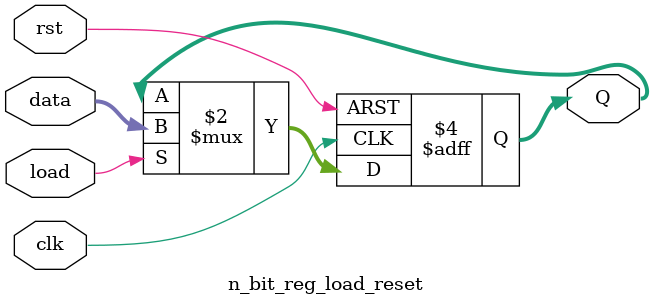
<source format=v>
`timescale 1ns / 1ps


module n_bit_reg_load_reset #(parameter N = 5)(
input clk, load, rst, input [N-1:0] data, output reg [N-1:0] Q  
    );
    always @ (posedge clk or posedge rst)
        if (rst) begin
         Q <= {N{1'b0}};
         end
         else begin
             if (load) begin
            Q <= data;
            end      
     end 
endmodule

</source>
